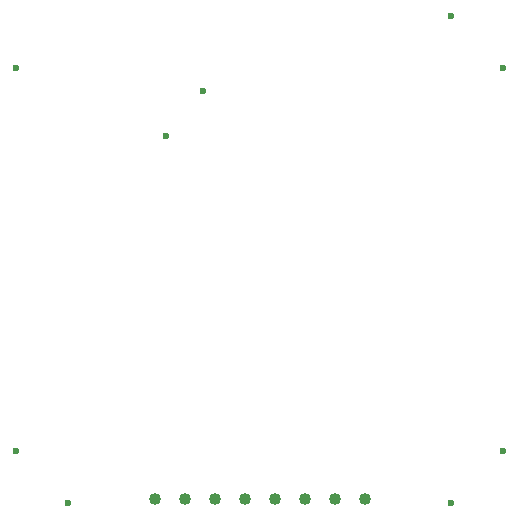
<source format=gbr>
%TF.GenerationSoftware,KiCad,Pcbnew,9.0.5*%
%TF.CreationDate,2025-10-17T16:28:32+07:00*%
%TF.ProjectId,Nokia 1202 breakout,4e6f6b69-6120-4313-9230-322062726561,rev?*%
%TF.SameCoordinates,Original*%
%TF.FileFunction,Plated,1,2,PTH,Drill*%
%TF.FilePolarity,Positive*%
%FSLAX46Y46*%
G04 Gerber Fmt 4.6, Leading zero omitted, Abs format (unit mm)*
G04 Created by KiCad (PCBNEW 9.0.5) date 2025-10-17 16:28:32*
%MOMM*%
%LPD*%
G01*
G04 APERTURE LIST*
%TA.AperFunction,ViaDrill*%
%ADD10C,0.600000*%
%TD*%
%TA.AperFunction,ComponentDrill*%
%ADD11C,1.016000*%
%TD*%
G04 APERTURE END LIST*
D10*
X127873600Y-88804850D03*
X127873600Y-121189850D03*
X132318600Y-125634850D03*
X140573600Y-94519850D03*
X143748600Y-90709850D03*
X164703600Y-84359850D03*
X164703600Y-125634850D03*
X169148600Y-88804850D03*
X169148600Y-121189850D03*
D11*
%TO.C,JP1*%
X139621100Y-125317350D03*
X142161100Y-125317350D03*
X144701100Y-125317350D03*
X147241100Y-125317350D03*
X149781100Y-125317350D03*
X152321100Y-125317350D03*
X154861100Y-125317350D03*
X157401100Y-125317350D03*
M02*

</source>
